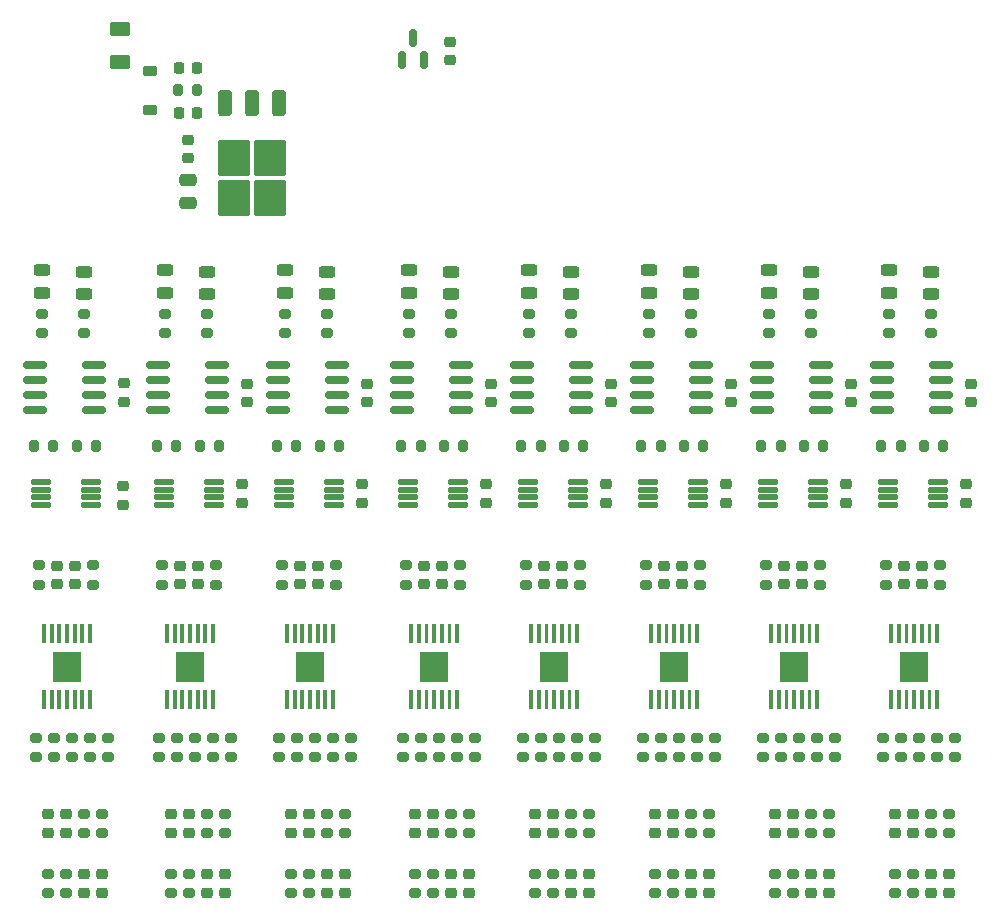
<source format=gbr>
%TF.GenerationSoftware,KiCad,Pcbnew,8.0.7-8.0.7-0~ubuntu22.04.1*%
%TF.CreationDate,2025-01-13T14:39:20-08:00*%
%TF.ProjectId,multichannelheaterdriver_frontend,6d756c74-6963-4686-916e-6e656c686561,rev?*%
%TF.SameCoordinates,Original*%
%TF.FileFunction,Paste,Top*%
%TF.FilePolarity,Positive*%
%FSLAX46Y46*%
G04 Gerber Fmt 4.6, Leading zero omitted, Abs format (unit mm)*
G04 Created by KiCad (PCBNEW 8.0.7-8.0.7-0~ubuntu22.04.1) date 2025-01-13 14:39:20*
%MOMM*%
%LPD*%
G01*
G04 APERTURE LIST*
G04 Aperture macros list*
%AMRoundRect*
0 Rectangle with rounded corners*
0 $1 Rounding radius*
0 $2 $3 $4 $5 $6 $7 $8 $9 X,Y pos of 4 corners*
0 Add a 4 corners polygon primitive as box body*
4,1,4,$2,$3,$4,$5,$6,$7,$8,$9,$2,$3,0*
0 Add four circle primitives for the rounded corners*
1,1,$1+$1,$2,$3*
1,1,$1+$1,$4,$5*
1,1,$1+$1,$6,$7*
1,1,$1+$1,$8,$9*
0 Add four rect primitives between the rounded corners*
20,1,$1+$1,$2,$3,$4,$5,0*
20,1,$1+$1,$4,$5,$6,$7,0*
20,1,$1+$1,$6,$7,$8,$9,0*
20,1,$1+$1,$8,$9,$2,$3,0*%
G04 Aperture macros list end*
%ADD10C,0.010000*%
%ADD11RoundRect,0.200000X0.275000X-0.200000X0.275000X0.200000X-0.275000X0.200000X-0.275000X-0.200000X0*%
%ADD12RoundRect,0.225000X-0.250000X0.225000X-0.250000X-0.225000X0.250000X-0.225000X0.250000X0.225000X0*%
%ADD13RoundRect,0.125000X-0.687500X-0.125000X0.687500X-0.125000X0.687500X0.125000X-0.687500X0.125000X0*%
%ADD14RoundRect,0.200000X-0.275000X0.200000X-0.275000X-0.200000X0.275000X-0.200000X0.275000X0.200000X0*%
%ADD15RoundRect,0.200000X-0.200000X-0.275000X0.200000X-0.275000X0.200000X0.275000X-0.200000X0.275000X0*%
%ADD16RoundRect,0.225000X0.250000X-0.225000X0.250000X0.225000X-0.250000X0.225000X-0.250000X-0.225000X0*%
%ADD17RoundRect,0.243750X-0.456250X0.243750X-0.456250X-0.243750X0.456250X-0.243750X0.456250X0.243750X0*%
%ADD18RoundRect,0.150000X-0.825000X-0.150000X0.825000X-0.150000X0.825000X0.150000X-0.825000X0.150000X0*%
%ADD19RoundRect,0.225000X-0.225000X-0.250000X0.225000X-0.250000X0.225000X0.250000X-0.225000X0.250000X0*%
%ADD20RoundRect,0.150000X0.150000X-0.587500X0.150000X0.587500X-0.150000X0.587500X-0.150000X-0.587500X0*%
%ADD21RoundRect,0.250000X0.475000X-0.250000X0.475000X0.250000X-0.475000X0.250000X-0.475000X-0.250000X0*%
%ADD22RoundRect,0.250000X-0.625000X0.375000X-0.625000X-0.375000X0.625000X-0.375000X0.625000X0.375000X0*%
%ADD23RoundRect,0.225000X-0.375000X0.225000X-0.375000X-0.225000X0.375000X-0.225000X0.375000X0.225000X0*%
%ADD24RoundRect,0.250000X-0.350000X0.850000X-0.350000X-0.850000X0.350000X-0.850000X0.350000X0.850000X0*%
%ADD25RoundRect,0.250000X-1.125000X1.275000X-1.125000X-1.275000X1.125000X-1.275000X1.125000X1.275000X0*%
G04 APERTURE END LIST*
D10*
%TO.C,U9*%
X24361000Y-67045000D02*
X24111000Y-67045000D01*
X24111000Y-65495000D01*
X24361000Y-65495000D01*
X24361000Y-67045000D01*
G36*
X24361000Y-67045000D02*
G01*
X24111000Y-67045000D01*
X24111000Y-65495000D01*
X24361000Y-65495000D01*
X24361000Y-67045000D01*
G37*
X24361000Y-72645000D02*
X24111000Y-72645000D01*
X24111000Y-71095000D01*
X24361000Y-71095000D01*
X24361000Y-72645000D01*
G36*
X24361000Y-72645000D02*
G01*
X24111000Y-72645000D01*
X24111000Y-71095000D01*
X24361000Y-71095000D01*
X24361000Y-72645000D01*
G37*
X25011000Y-67045000D02*
X24761000Y-67045000D01*
X24761000Y-65495000D01*
X25011000Y-65495000D01*
X25011000Y-67045000D01*
G36*
X25011000Y-67045000D02*
G01*
X24761000Y-67045000D01*
X24761000Y-65495000D01*
X25011000Y-65495000D01*
X25011000Y-67045000D01*
G37*
X25011000Y-72645000D02*
X24761000Y-72645000D01*
X24761000Y-71095000D01*
X25011000Y-71095000D01*
X25011000Y-72645000D01*
G36*
X25011000Y-72645000D02*
G01*
X24761000Y-72645000D01*
X24761000Y-71095000D01*
X25011000Y-71095000D01*
X25011000Y-72645000D01*
G37*
X27341000Y-70300000D02*
X25031000Y-70300000D01*
X25031000Y-67840000D01*
X27341000Y-67840000D01*
X27341000Y-70300000D01*
G36*
X27341000Y-70300000D02*
G01*
X25031000Y-70300000D01*
X25031000Y-67840000D01*
X27341000Y-67840000D01*
X27341000Y-70300000D01*
G37*
X25661000Y-67045000D02*
X25411000Y-67045000D01*
X25411000Y-65495000D01*
X25661000Y-65495000D01*
X25661000Y-67045000D01*
G36*
X25661000Y-67045000D02*
G01*
X25411000Y-67045000D01*
X25411000Y-65495000D01*
X25661000Y-65495000D01*
X25661000Y-67045000D01*
G37*
X25661000Y-72645000D02*
X25411000Y-72645000D01*
X25411000Y-71095000D01*
X25661000Y-71095000D01*
X25661000Y-72645000D01*
G36*
X25661000Y-72645000D02*
G01*
X25411000Y-72645000D01*
X25411000Y-71095000D01*
X25661000Y-71095000D01*
X25661000Y-72645000D01*
G37*
X26311000Y-67045000D02*
X26061000Y-67045000D01*
X26061000Y-65495000D01*
X26311000Y-65495000D01*
X26311000Y-67045000D01*
G36*
X26311000Y-67045000D02*
G01*
X26061000Y-67045000D01*
X26061000Y-65495000D01*
X26311000Y-65495000D01*
X26311000Y-67045000D01*
G37*
X26311000Y-72645000D02*
X26061000Y-72645000D01*
X26061000Y-71095000D01*
X26311000Y-71095000D01*
X26311000Y-72645000D01*
G36*
X26311000Y-72645000D02*
G01*
X26061000Y-72645000D01*
X26061000Y-71095000D01*
X26311000Y-71095000D01*
X26311000Y-72645000D01*
G37*
X26961000Y-67045000D02*
X26711000Y-67045000D01*
X26711000Y-65495000D01*
X26961000Y-65495000D01*
X26961000Y-67045000D01*
G36*
X26961000Y-67045000D02*
G01*
X26711000Y-67045000D01*
X26711000Y-65495000D01*
X26961000Y-65495000D01*
X26961000Y-67045000D01*
G37*
X26961000Y-72645000D02*
X26711000Y-72645000D01*
X26711000Y-71095000D01*
X26961000Y-71095000D01*
X26961000Y-72645000D01*
G36*
X26961000Y-72645000D02*
G01*
X26711000Y-72645000D01*
X26711000Y-71095000D01*
X26961000Y-71095000D01*
X26961000Y-72645000D01*
G37*
X27611000Y-67045000D02*
X27361000Y-67045000D01*
X27361000Y-65495000D01*
X27611000Y-65495000D01*
X27611000Y-67045000D01*
G36*
X27611000Y-67045000D02*
G01*
X27361000Y-67045000D01*
X27361000Y-65495000D01*
X27611000Y-65495000D01*
X27611000Y-67045000D01*
G37*
X27611000Y-72645000D02*
X27361000Y-72645000D01*
X27361000Y-71095000D01*
X27611000Y-71095000D01*
X27611000Y-72645000D01*
G36*
X27611000Y-72645000D02*
G01*
X27361000Y-72645000D01*
X27361000Y-71095000D01*
X27611000Y-71095000D01*
X27611000Y-72645000D01*
G37*
X28261000Y-67045000D02*
X28011000Y-67045000D01*
X28011000Y-65495000D01*
X28261000Y-65495000D01*
X28261000Y-67045000D01*
G36*
X28261000Y-67045000D02*
G01*
X28011000Y-67045000D01*
X28011000Y-65495000D01*
X28261000Y-65495000D01*
X28261000Y-67045000D01*
G37*
X28261000Y-72645000D02*
X28011000Y-72645000D01*
X28011000Y-71095000D01*
X28261000Y-71095000D01*
X28261000Y-72645000D01*
G36*
X28261000Y-72645000D02*
G01*
X28011000Y-72645000D01*
X28011000Y-71095000D01*
X28261000Y-71095000D01*
X28261000Y-72645000D01*
G37*
%TO.C,U21*%
X65352000Y-67045000D02*
X65102000Y-67045000D01*
X65102000Y-65495000D01*
X65352000Y-65495000D01*
X65352000Y-67045000D01*
G36*
X65352000Y-67045000D02*
G01*
X65102000Y-67045000D01*
X65102000Y-65495000D01*
X65352000Y-65495000D01*
X65352000Y-67045000D01*
G37*
X65352000Y-72645000D02*
X65102000Y-72645000D01*
X65102000Y-71095000D01*
X65352000Y-71095000D01*
X65352000Y-72645000D01*
G36*
X65352000Y-72645000D02*
G01*
X65102000Y-72645000D01*
X65102000Y-71095000D01*
X65352000Y-71095000D01*
X65352000Y-72645000D01*
G37*
X66002000Y-67045000D02*
X65752000Y-67045000D01*
X65752000Y-65495000D01*
X66002000Y-65495000D01*
X66002000Y-67045000D01*
G36*
X66002000Y-67045000D02*
G01*
X65752000Y-67045000D01*
X65752000Y-65495000D01*
X66002000Y-65495000D01*
X66002000Y-67045000D01*
G37*
X66002000Y-72645000D02*
X65752000Y-72645000D01*
X65752000Y-71095000D01*
X66002000Y-71095000D01*
X66002000Y-72645000D01*
G36*
X66002000Y-72645000D02*
G01*
X65752000Y-72645000D01*
X65752000Y-71095000D01*
X66002000Y-71095000D01*
X66002000Y-72645000D01*
G37*
X68332000Y-70300000D02*
X66022000Y-70300000D01*
X66022000Y-67840000D01*
X68332000Y-67840000D01*
X68332000Y-70300000D01*
G36*
X68332000Y-70300000D02*
G01*
X66022000Y-70300000D01*
X66022000Y-67840000D01*
X68332000Y-67840000D01*
X68332000Y-70300000D01*
G37*
X66652000Y-67045000D02*
X66402000Y-67045000D01*
X66402000Y-65495000D01*
X66652000Y-65495000D01*
X66652000Y-67045000D01*
G36*
X66652000Y-67045000D02*
G01*
X66402000Y-67045000D01*
X66402000Y-65495000D01*
X66652000Y-65495000D01*
X66652000Y-67045000D01*
G37*
X66652000Y-72645000D02*
X66402000Y-72645000D01*
X66402000Y-71095000D01*
X66652000Y-71095000D01*
X66652000Y-72645000D01*
G36*
X66652000Y-72645000D02*
G01*
X66402000Y-72645000D01*
X66402000Y-71095000D01*
X66652000Y-71095000D01*
X66652000Y-72645000D01*
G37*
X67302000Y-67045000D02*
X67052000Y-67045000D01*
X67052000Y-65495000D01*
X67302000Y-65495000D01*
X67302000Y-67045000D01*
G36*
X67302000Y-67045000D02*
G01*
X67052000Y-67045000D01*
X67052000Y-65495000D01*
X67302000Y-65495000D01*
X67302000Y-67045000D01*
G37*
X67302000Y-72645000D02*
X67052000Y-72645000D01*
X67052000Y-71095000D01*
X67302000Y-71095000D01*
X67302000Y-72645000D01*
G36*
X67302000Y-72645000D02*
G01*
X67052000Y-72645000D01*
X67052000Y-71095000D01*
X67302000Y-71095000D01*
X67302000Y-72645000D01*
G37*
X67952000Y-67045000D02*
X67702000Y-67045000D01*
X67702000Y-65495000D01*
X67952000Y-65495000D01*
X67952000Y-67045000D01*
G36*
X67952000Y-67045000D02*
G01*
X67702000Y-67045000D01*
X67702000Y-65495000D01*
X67952000Y-65495000D01*
X67952000Y-67045000D01*
G37*
X67952000Y-72645000D02*
X67702000Y-72645000D01*
X67702000Y-71095000D01*
X67952000Y-71095000D01*
X67952000Y-72645000D01*
G36*
X67952000Y-72645000D02*
G01*
X67702000Y-72645000D01*
X67702000Y-71095000D01*
X67952000Y-71095000D01*
X67952000Y-72645000D01*
G37*
X68602000Y-67045000D02*
X68352000Y-67045000D01*
X68352000Y-65495000D01*
X68602000Y-65495000D01*
X68602000Y-67045000D01*
G36*
X68602000Y-67045000D02*
G01*
X68352000Y-67045000D01*
X68352000Y-65495000D01*
X68602000Y-65495000D01*
X68602000Y-67045000D01*
G37*
X68602000Y-72645000D02*
X68352000Y-72645000D01*
X68352000Y-71095000D01*
X68602000Y-71095000D01*
X68602000Y-72645000D01*
G36*
X68602000Y-72645000D02*
G01*
X68352000Y-72645000D01*
X68352000Y-71095000D01*
X68602000Y-71095000D01*
X68602000Y-72645000D01*
G37*
X69252000Y-67045000D02*
X69002000Y-67045000D01*
X69002000Y-65495000D01*
X69252000Y-65495000D01*
X69252000Y-67045000D01*
G36*
X69252000Y-67045000D02*
G01*
X69002000Y-67045000D01*
X69002000Y-65495000D01*
X69252000Y-65495000D01*
X69252000Y-67045000D01*
G37*
X69252000Y-72645000D02*
X69002000Y-72645000D01*
X69002000Y-71095000D01*
X69252000Y-71095000D01*
X69252000Y-72645000D01*
G36*
X69252000Y-72645000D02*
G01*
X69002000Y-72645000D01*
X69002000Y-71095000D01*
X69252000Y-71095000D01*
X69252000Y-72645000D01*
G37*
%TO.C,U15*%
X45032000Y-67045000D02*
X44782000Y-67045000D01*
X44782000Y-65495000D01*
X45032000Y-65495000D01*
X45032000Y-67045000D01*
G36*
X45032000Y-67045000D02*
G01*
X44782000Y-67045000D01*
X44782000Y-65495000D01*
X45032000Y-65495000D01*
X45032000Y-67045000D01*
G37*
X45032000Y-72645000D02*
X44782000Y-72645000D01*
X44782000Y-71095000D01*
X45032000Y-71095000D01*
X45032000Y-72645000D01*
G36*
X45032000Y-72645000D02*
G01*
X44782000Y-72645000D01*
X44782000Y-71095000D01*
X45032000Y-71095000D01*
X45032000Y-72645000D01*
G37*
X45682000Y-67045000D02*
X45432000Y-67045000D01*
X45432000Y-65495000D01*
X45682000Y-65495000D01*
X45682000Y-67045000D01*
G36*
X45682000Y-67045000D02*
G01*
X45432000Y-67045000D01*
X45432000Y-65495000D01*
X45682000Y-65495000D01*
X45682000Y-67045000D01*
G37*
X45682000Y-72645000D02*
X45432000Y-72645000D01*
X45432000Y-71095000D01*
X45682000Y-71095000D01*
X45682000Y-72645000D01*
G36*
X45682000Y-72645000D02*
G01*
X45432000Y-72645000D01*
X45432000Y-71095000D01*
X45682000Y-71095000D01*
X45682000Y-72645000D01*
G37*
X48012000Y-70300000D02*
X45702000Y-70300000D01*
X45702000Y-67840000D01*
X48012000Y-67840000D01*
X48012000Y-70300000D01*
G36*
X48012000Y-70300000D02*
G01*
X45702000Y-70300000D01*
X45702000Y-67840000D01*
X48012000Y-67840000D01*
X48012000Y-70300000D01*
G37*
X46332000Y-67045000D02*
X46082000Y-67045000D01*
X46082000Y-65495000D01*
X46332000Y-65495000D01*
X46332000Y-67045000D01*
G36*
X46332000Y-67045000D02*
G01*
X46082000Y-67045000D01*
X46082000Y-65495000D01*
X46332000Y-65495000D01*
X46332000Y-67045000D01*
G37*
X46332000Y-72645000D02*
X46082000Y-72645000D01*
X46082000Y-71095000D01*
X46332000Y-71095000D01*
X46332000Y-72645000D01*
G36*
X46332000Y-72645000D02*
G01*
X46082000Y-72645000D01*
X46082000Y-71095000D01*
X46332000Y-71095000D01*
X46332000Y-72645000D01*
G37*
X46982000Y-67045000D02*
X46732000Y-67045000D01*
X46732000Y-65495000D01*
X46982000Y-65495000D01*
X46982000Y-67045000D01*
G36*
X46982000Y-67045000D02*
G01*
X46732000Y-67045000D01*
X46732000Y-65495000D01*
X46982000Y-65495000D01*
X46982000Y-67045000D01*
G37*
X46982000Y-72645000D02*
X46732000Y-72645000D01*
X46732000Y-71095000D01*
X46982000Y-71095000D01*
X46982000Y-72645000D01*
G36*
X46982000Y-72645000D02*
G01*
X46732000Y-72645000D01*
X46732000Y-71095000D01*
X46982000Y-71095000D01*
X46982000Y-72645000D01*
G37*
X47632000Y-67045000D02*
X47382000Y-67045000D01*
X47382000Y-65495000D01*
X47632000Y-65495000D01*
X47632000Y-67045000D01*
G36*
X47632000Y-67045000D02*
G01*
X47382000Y-67045000D01*
X47382000Y-65495000D01*
X47632000Y-65495000D01*
X47632000Y-67045000D01*
G37*
X47632000Y-72645000D02*
X47382000Y-72645000D01*
X47382000Y-71095000D01*
X47632000Y-71095000D01*
X47632000Y-72645000D01*
G36*
X47632000Y-72645000D02*
G01*
X47382000Y-72645000D01*
X47382000Y-71095000D01*
X47632000Y-71095000D01*
X47632000Y-72645000D01*
G37*
X48282000Y-67045000D02*
X48032000Y-67045000D01*
X48032000Y-65495000D01*
X48282000Y-65495000D01*
X48282000Y-67045000D01*
G36*
X48282000Y-67045000D02*
G01*
X48032000Y-67045000D01*
X48032000Y-65495000D01*
X48282000Y-65495000D01*
X48282000Y-67045000D01*
G37*
X48282000Y-72645000D02*
X48032000Y-72645000D01*
X48032000Y-71095000D01*
X48282000Y-71095000D01*
X48282000Y-72645000D01*
G36*
X48282000Y-72645000D02*
G01*
X48032000Y-72645000D01*
X48032000Y-71095000D01*
X48282000Y-71095000D01*
X48282000Y-72645000D01*
G37*
X48932000Y-67045000D02*
X48682000Y-67045000D01*
X48682000Y-65495000D01*
X48932000Y-65495000D01*
X48932000Y-67045000D01*
G36*
X48932000Y-67045000D02*
G01*
X48682000Y-67045000D01*
X48682000Y-65495000D01*
X48932000Y-65495000D01*
X48932000Y-67045000D01*
G37*
X48932000Y-72645000D02*
X48682000Y-72645000D01*
X48682000Y-71095000D01*
X48932000Y-71095000D01*
X48932000Y-72645000D01*
G36*
X48932000Y-72645000D02*
G01*
X48682000Y-72645000D01*
X48682000Y-71095000D01*
X48932000Y-71095000D01*
X48932000Y-72645000D01*
G37*
%TO.C,U18*%
X55192000Y-67045000D02*
X54942000Y-67045000D01*
X54942000Y-65495000D01*
X55192000Y-65495000D01*
X55192000Y-67045000D01*
G36*
X55192000Y-67045000D02*
G01*
X54942000Y-67045000D01*
X54942000Y-65495000D01*
X55192000Y-65495000D01*
X55192000Y-67045000D01*
G37*
X55192000Y-72645000D02*
X54942000Y-72645000D01*
X54942000Y-71095000D01*
X55192000Y-71095000D01*
X55192000Y-72645000D01*
G36*
X55192000Y-72645000D02*
G01*
X54942000Y-72645000D01*
X54942000Y-71095000D01*
X55192000Y-71095000D01*
X55192000Y-72645000D01*
G37*
X55842000Y-67045000D02*
X55592000Y-67045000D01*
X55592000Y-65495000D01*
X55842000Y-65495000D01*
X55842000Y-67045000D01*
G36*
X55842000Y-67045000D02*
G01*
X55592000Y-67045000D01*
X55592000Y-65495000D01*
X55842000Y-65495000D01*
X55842000Y-67045000D01*
G37*
X55842000Y-72645000D02*
X55592000Y-72645000D01*
X55592000Y-71095000D01*
X55842000Y-71095000D01*
X55842000Y-72645000D01*
G36*
X55842000Y-72645000D02*
G01*
X55592000Y-72645000D01*
X55592000Y-71095000D01*
X55842000Y-71095000D01*
X55842000Y-72645000D01*
G37*
X58172000Y-70300000D02*
X55862000Y-70300000D01*
X55862000Y-67840000D01*
X58172000Y-67840000D01*
X58172000Y-70300000D01*
G36*
X58172000Y-70300000D02*
G01*
X55862000Y-70300000D01*
X55862000Y-67840000D01*
X58172000Y-67840000D01*
X58172000Y-70300000D01*
G37*
X56492000Y-67045000D02*
X56242000Y-67045000D01*
X56242000Y-65495000D01*
X56492000Y-65495000D01*
X56492000Y-67045000D01*
G36*
X56492000Y-67045000D02*
G01*
X56242000Y-67045000D01*
X56242000Y-65495000D01*
X56492000Y-65495000D01*
X56492000Y-67045000D01*
G37*
X56492000Y-72645000D02*
X56242000Y-72645000D01*
X56242000Y-71095000D01*
X56492000Y-71095000D01*
X56492000Y-72645000D01*
G36*
X56492000Y-72645000D02*
G01*
X56242000Y-72645000D01*
X56242000Y-71095000D01*
X56492000Y-71095000D01*
X56492000Y-72645000D01*
G37*
X57142000Y-67045000D02*
X56892000Y-67045000D01*
X56892000Y-65495000D01*
X57142000Y-65495000D01*
X57142000Y-67045000D01*
G36*
X57142000Y-67045000D02*
G01*
X56892000Y-67045000D01*
X56892000Y-65495000D01*
X57142000Y-65495000D01*
X57142000Y-67045000D01*
G37*
X57142000Y-72645000D02*
X56892000Y-72645000D01*
X56892000Y-71095000D01*
X57142000Y-71095000D01*
X57142000Y-72645000D01*
G36*
X57142000Y-72645000D02*
G01*
X56892000Y-72645000D01*
X56892000Y-71095000D01*
X57142000Y-71095000D01*
X57142000Y-72645000D01*
G37*
X57792000Y-67045000D02*
X57542000Y-67045000D01*
X57542000Y-65495000D01*
X57792000Y-65495000D01*
X57792000Y-67045000D01*
G36*
X57792000Y-67045000D02*
G01*
X57542000Y-67045000D01*
X57542000Y-65495000D01*
X57792000Y-65495000D01*
X57792000Y-67045000D01*
G37*
X57792000Y-72645000D02*
X57542000Y-72645000D01*
X57542000Y-71095000D01*
X57792000Y-71095000D01*
X57792000Y-72645000D01*
G36*
X57792000Y-72645000D02*
G01*
X57542000Y-72645000D01*
X57542000Y-71095000D01*
X57792000Y-71095000D01*
X57792000Y-72645000D01*
G37*
X58442000Y-67045000D02*
X58192000Y-67045000D01*
X58192000Y-65495000D01*
X58442000Y-65495000D01*
X58442000Y-67045000D01*
G36*
X58442000Y-67045000D02*
G01*
X58192000Y-67045000D01*
X58192000Y-65495000D01*
X58442000Y-65495000D01*
X58442000Y-67045000D01*
G37*
X58442000Y-72645000D02*
X58192000Y-72645000D01*
X58192000Y-71095000D01*
X58442000Y-71095000D01*
X58442000Y-72645000D01*
G36*
X58442000Y-72645000D02*
G01*
X58192000Y-72645000D01*
X58192000Y-71095000D01*
X58442000Y-71095000D01*
X58442000Y-72645000D01*
G37*
X59092000Y-67045000D02*
X58842000Y-67045000D01*
X58842000Y-65495000D01*
X59092000Y-65495000D01*
X59092000Y-67045000D01*
G36*
X59092000Y-67045000D02*
G01*
X58842000Y-67045000D01*
X58842000Y-65495000D01*
X59092000Y-65495000D01*
X59092000Y-67045000D01*
G37*
X59092000Y-72645000D02*
X58842000Y-72645000D01*
X58842000Y-71095000D01*
X59092000Y-71095000D01*
X59092000Y-72645000D01*
G36*
X59092000Y-72645000D02*
G01*
X58842000Y-72645000D01*
X58842000Y-71095000D01*
X59092000Y-71095000D01*
X59092000Y-72645000D01*
G37*
%TO.C,U12*%
X34872000Y-67045000D02*
X34622000Y-67045000D01*
X34622000Y-65495000D01*
X34872000Y-65495000D01*
X34872000Y-67045000D01*
G36*
X34872000Y-67045000D02*
G01*
X34622000Y-67045000D01*
X34622000Y-65495000D01*
X34872000Y-65495000D01*
X34872000Y-67045000D01*
G37*
X34872000Y-72645000D02*
X34622000Y-72645000D01*
X34622000Y-71095000D01*
X34872000Y-71095000D01*
X34872000Y-72645000D01*
G36*
X34872000Y-72645000D02*
G01*
X34622000Y-72645000D01*
X34622000Y-71095000D01*
X34872000Y-71095000D01*
X34872000Y-72645000D01*
G37*
X35522000Y-67045000D02*
X35272000Y-67045000D01*
X35272000Y-65495000D01*
X35522000Y-65495000D01*
X35522000Y-67045000D01*
G36*
X35522000Y-67045000D02*
G01*
X35272000Y-67045000D01*
X35272000Y-65495000D01*
X35522000Y-65495000D01*
X35522000Y-67045000D01*
G37*
X35522000Y-72645000D02*
X35272000Y-72645000D01*
X35272000Y-71095000D01*
X35522000Y-71095000D01*
X35522000Y-72645000D01*
G36*
X35522000Y-72645000D02*
G01*
X35272000Y-72645000D01*
X35272000Y-71095000D01*
X35522000Y-71095000D01*
X35522000Y-72645000D01*
G37*
X37852000Y-70300000D02*
X35542000Y-70300000D01*
X35542000Y-67840000D01*
X37852000Y-67840000D01*
X37852000Y-70300000D01*
G36*
X37852000Y-70300000D02*
G01*
X35542000Y-70300000D01*
X35542000Y-67840000D01*
X37852000Y-67840000D01*
X37852000Y-70300000D01*
G37*
X36172000Y-67045000D02*
X35922000Y-67045000D01*
X35922000Y-65495000D01*
X36172000Y-65495000D01*
X36172000Y-67045000D01*
G36*
X36172000Y-67045000D02*
G01*
X35922000Y-67045000D01*
X35922000Y-65495000D01*
X36172000Y-65495000D01*
X36172000Y-67045000D01*
G37*
X36172000Y-72645000D02*
X35922000Y-72645000D01*
X35922000Y-71095000D01*
X36172000Y-71095000D01*
X36172000Y-72645000D01*
G36*
X36172000Y-72645000D02*
G01*
X35922000Y-72645000D01*
X35922000Y-71095000D01*
X36172000Y-71095000D01*
X36172000Y-72645000D01*
G37*
X36822000Y-67045000D02*
X36572000Y-67045000D01*
X36572000Y-65495000D01*
X36822000Y-65495000D01*
X36822000Y-67045000D01*
G36*
X36822000Y-67045000D02*
G01*
X36572000Y-67045000D01*
X36572000Y-65495000D01*
X36822000Y-65495000D01*
X36822000Y-67045000D01*
G37*
X36822000Y-72645000D02*
X36572000Y-72645000D01*
X36572000Y-71095000D01*
X36822000Y-71095000D01*
X36822000Y-72645000D01*
G36*
X36822000Y-72645000D02*
G01*
X36572000Y-72645000D01*
X36572000Y-71095000D01*
X36822000Y-71095000D01*
X36822000Y-72645000D01*
G37*
X37472000Y-67045000D02*
X37222000Y-67045000D01*
X37222000Y-65495000D01*
X37472000Y-65495000D01*
X37472000Y-67045000D01*
G36*
X37472000Y-67045000D02*
G01*
X37222000Y-67045000D01*
X37222000Y-65495000D01*
X37472000Y-65495000D01*
X37472000Y-67045000D01*
G37*
X37472000Y-72645000D02*
X37222000Y-72645000D01*
X37222000Y-71095000D01*
X37472000Y-71095000D01*
X37472000Y-72645000D01*
G36*
X37472000Y-72645000D02*
G01*
X37222000Y-72645000D01*
X37222000Y-71095000D01*
X37472000Y-71095000D01*
X37472000Y-72645000D01*
G37*
X38122000Y-67045000D02*
X37872000Y-67045000D01*
X37872000Y-65495000D01*
X38122000Y-65495000D01*
X38122000Y-67045000D01*
G36*
X38122000Y-67045000D02*
G01*
X37872000Y-67045000D01*
X37872000Y-65495000D01*
X38122000Y-65495000D01*
X38122000Y-67045000D01*
G37*
X38122000Y-72645000D02*
X37872000Y-72645000D01*
X37872000Y-71095000D01*
X38122000Y-71095000D01*
X38122000Y-72645000D01*
G36*
X38122000Y-72645000D02*
G01*
X37872000Y-72645000D01*
X37872000Y-71095000D01*
X38122000Y-71095000D01*
X38122000Y-72645000D01*
G37*
X38772000Y-67045000D02*
X38522000Y-67045000D01*
X38522000Y-65495000D01*
X38772000Y-65495000D01*
X38772000Y-67045000D01*
G36*
X38772000Y-67045000D02*
G01*
X38522000Y-67045000D01*
X38522000Y-65495000D01*
X38772000Y-65495000D01*
X38772000Y-67045000D01*
G37*
X38772000Y-72645000D02*
X38522000Y-72645000D01*
X38522000Y-71095000D01*
X38772000Y-71095000D01*
X38772000Y-72645000D01*
G36*
X38772000Y-72645000D02*
G01*
X38522000Y-72645000D01*
X38522000Y-71095000D01*
X38772000Y-71095000D01*
X38772000Y-72645000D01*
G37*
%TO.C,U24*%
X75512000Y-67045000D02*
X75262000Y-67045000D01*
X75262000Y-65495000D01*
X75512000Y-65495000D01*
X75512000Y-67045000D01*
G36*
X75512000Y-67045000D02*
G01*
X75262000Y-67045000D01*
X75262000Y-65495000D01*
X75512000Y-65495000D01*
X75512000Y-67045000D01*
G37*
X75512000Y-72645000D02*
X75262000Y-72645000D01*
X75262000Y-71095000D01*
X75512000Y-71095000D01*
X75512000Y-72645000D01*
G36*
X75512000Y-72645000D02*
G01*
X75262000Y-72645000D01*
X75262000Y-71095000D01*
X75512000Y-71095000D01*
X75512000Y-72645000D01*
G37*
X76162000Y-67045000D02*
X75912000Y-67045000D01*
X75912000Y-65495000D01*
X76162000Y-65495000D01*
X76162000Y-67045000D01*
G36*
X76162000Y-67045000D02*
G01*
X75912000Y-67045000D01*
X75912000Y-65495000D01*
X76162000Y-65495000D01*
X76162000Y-67045000D01*
G37*
X76162000Y-72645000D02*
X75912000Y-72645000D01*
X75912000Y-71095000D01*
X76162000Y-71095000D01*
X76162000Y-72645000D01*
G36*
X76162000Y-72645000D02*
G01*
X75912000Y-72645000D01*
X75912000Y-71095000D01*
X76162000Y-71095000D01*
X76162000Y-72645000D01*
G37*
X78492000Y-70300000D02*
X76182000Y-70300000D01*
X76182000Y-67840000D01*
X78492000Y-67840000D01*
X78492000Y-70300000D01*
G36*
X78492000Y-70300000D02*
G01*
X76182000Y-70300000D01*
X76182000Y-67840000D01*
X78492000Y-67840000D01*
X78492000Y-70300000D01*
G37*
X76812000Y-67045000D02*
X76562000Y-67045000D01*
X76562000Y-65495000D01*
X76812000Y-65495000D01*
X76812000Y-67045000D01*
G36*
X76812000Y-67045000D02*
G01*
X76562000Y-67045000D01*
X76562000Y-65495000D01*
X76812000Y-65495000D01*
X76812000Y-67045000D01*
G37*
X76812000Y-72645000D02*
X76562000Y-72645000D01*
X76562000Y-71095000D01*
X76812000Y-71095000D01*
X76812000Y-72645000D01*
G36*
X76812000Y-72645000D02*
G01*
X76562000Y-72645000D01*
X76562000Y-71095000D01*
X76812000Y-71095000D01*
X76812000Y-72645000D01*
G37*
X77462000Y-67045000D02*
X77212000Y-67045000D01*
X77212000Y-65495000D01*
X77462000Y-65495000D01*
X77462000Y-67045000D01*
G36*
X77462000Y-67045000D02*
G01*
X77212000Y-67045000D01*
X77212000Y-65495000D01*
X77462000Y-65495000D01*
X77462000Y-67045000D01*
G37*
X77462000Y-72645000D02*
X77212000Y-72645000D01*
X77212000Y-71095000D01*
X77462000Y-71095000D01*
X77462000Y-72645000D01*
G36*
X77462000Y-72645000D02*
G01*
X77212000Y-72645000D01*
X77212000Y-71095000D01*
X77462000Y-71095000D01*
X77462000Y-72645000D01*
G37*
X78112000Y-67045000D02*
X77862000Y-67045000D01*
X77862000Y-65495000D01*
X78112000Y-65495000D01*
X78112000Y-67045000D01*
G36*
X78112000Y-67045000D02*
G01*
X77862000Y-67045000D01*
X77862000Y-65495000D01*
X78112000Y-65495000D01*
X78112000Y-67045000D01*
G37*
X78112000Y-72645000D02*
X77862000Y-72645000D01*
X77862000Y-71095000D01*
X78112000Y-71095000D01*
X78112000Y-72645000D01*
G36*
X78112000Y-72645000D02*
G01*
X77862000Y-72645000D01*
X77862000Y-71095000D01*
X78112000Y-71095000D01*
X78112000Y-72645000D01*
G37*
X78762000Y-67045000D02*
X78512000Y-67045000D01*
X78512000Y-65495000D01*
X78762000Y-65495000D01*
X78762000Y-67045000D01*
G36*
X78762000Y-67045000D02*
G01*
X78512000Y-67045000D01*
X78512000Y-65495000D01*
X78762000Y-65495000D01*
X78762000Y-67045000D01*
G37*
X78762000Y-72645000D02*
X78512000Y-72645000D01*
X78512000Y-71095000D01*
X78762000Y-71095000D01*
X78762000Y-72645000D01*
G36*
X78762000Y-72645000D02*
G01*
X78512000Y-72645000D01*
X78512000Y-71095000D01*
X78762000Y-71095000D01*
X78762000Y-72645000D01*
G37*
X79412000Y-67045000D02*
X79162000Y-67045000D01*
X79162000Y-65495000D01*
X79412000Y-65495000D01*
X79412000Y-67045000D01*
G36*
X79412000Y-67045000D02*
G01*
X79162000Y-67045000D01*
X79162000Y-65495000D01*
X79412000Y-65495000D01*
X79412000Y-67045000D01*
G37*
X79412000Y-72645000D02*
X79162000Y-72645000D01*
X79162000Y-71095000D01*
X79412000Y-71095000D01*
X79412000Y-72645000D01*
G36*
X79412000Y-72645000D02*
G01*
X79162000Y-72645000D01*
X79162000Y-71095000D01*
X79412000Y-71095000D01*
X79412000Y-72645000D01*
G37*
%TO.C,U3*%
X3787000Y-67045000D02*
X3537000Y-67045000D01*
X3537000Y-65495000D01*
X3787000Y-65495000D01*
X3787000Y-67045000D01*
G36*
X3787000Y-67045000D02*
G01*
X3537000Y-67045000D01*
X3537000Y-65495000D01*
X3787000Y-65495000D01*
X3787000Y-67045000D01*
G37*
X3787000Y-72645000D02*
X3537000Y-72645000D01*
X3537000Y-71095000D01*
X3787000Y-71095000D01*
X3787000Y-72645000D01*
G36*
X3787000Y-72645000D02*
G01*
X3537000Y-72645000D01*
X3537000Y-71095000D01*
X3787000Y-71095000D01*
X3787000Y-72645000D01*
G37*
X4437000Y-67045000D02*
X4187000Y-67045000D01*
X4187000Y-65495000D01*
X4437000Y-65495000D01*
X4437000Y-67045000D01*
G36*
X4437000Y-67045000D02*
G01*
X4187000Y-67045000D01*
X4187000Y-65495000D01*
X4437000Y-65495000D01*
X4437000Y-67045000D01*
G37*
X4437000Y-72645000D02*
X4187000Y-72645000D01*
X4187000Y-71095000D01*
X4437000Y-71095000D01*
X4437000Y-72645000D01*
G36*
X4437000Y-72645000D02*
G01*
X4187000Y-72645000D01*
X4187000Y-71095000D01*
X4437000Y-71095000D01*
X4437000Y-72645000D01*
G37*
X6767000Y-70300000D02*
X4457000Y-70300000D01*
X4457000Y-67840000D01*
X6767000Y-67840000D01*
X6767000Y-70300000D01*
G36*
X6767000Y-70300000D02*
G01*
X4457000Y-70300000D01*
X4457000Y-67840000D01*
X6767000Y-67840000D01*
X6767000Y-70300000D01*
G37*
X5087000Y-67045000D02*
X4837000Y-67045000D01*
X4837000Y-65495000D01*
X5087000Y-65495000D01*
X5087000Y-67045000D01*
G36*
X5087000Y-67045000D02*
G01*
X4837000Y-67045000D01*
X4837000Y-65495000D01*
X5087000Y-65495000D01*
X5087000Y-67045000D01*
G37*
X5087000Y-72645000D02*
X4837000Y-72645000D01*
X4837000Y-71095000D01*
X5087000Y-71095000D01*
X5087000Y-72645000D01*
G36*
X5087000Y-72645000D02*
G01*
X4837000Y-72645000D01*
X4837000Y-71095000D01*
X5087000Y-71095000D01*
X5087000Y-72645000D01*
G37*
X5737000Y-67045000D02*
X5487000Y-67045000D01*
X5487000Y-65495000D01*
X5737000Y-65495000D01*
X5737000Y-67045000D01*
G36*
X5737000Y-67045000D02*
G01*
X5487000Y-67045000D01*
X5487000Y-65495000D01*
X5737000Y-65495000D01*
X5737000Y-67045000D01*
G37*
X5737000Y-72645000D02*
X5487000Y-72645000D01*
X5487000Y-71095000D01*
X5737000Y-71095000D01*
X5737000Y-72645000D01*
G36*
X5737000Y-72645000D02*
G01*
X5487000Y-72645000D01*
X5487000Y-71095000D01*
X5737000Y-71095000D01*
X5737000Y-72645000D01*
G37*
X6387000Y-67045000D02*
X6137000Y-67045000D01*
X6137000Y-65495000D01*
X6387000Y-65495000D01*
X6387000Y-67045000D01*
G36*
X6387000Y-67045000D02*
G01*
X6137000Y-67045000D01*
X6137000Y-65495000D01*
X6387000Y-65495000D01*
X6387000Y-67045000D01*
G37*
X6387000Y-72645000D02*
X6137000Y-72645000D01*
X6137000Y-71095000D01*
X6387000Y-71095000D01*
X6387000Y-72645000D01*
G36*
X6387000Y-72645000D02*
G01*
X6137000Y-72645000D01*
X6137000Y-71095000D01*
X6387000Y-71095000D01*
X6387000Y-72645000D01*
G37*
X7037000Y-67045000D02*
X6787000Y-67045000D01*
X6787000Y-65495000D01*
X7037000Y-65495000D01*
X7037000Y-67045000D01*
G36*
X7037000Y-67045000D02*
G01*
X6787000Y-67045000D01*
X6787000Y-65495000D01*
X7037000Y-65495000D01*
X7037000Y-67045000D01*
G37*
X7037000Y-72645000D02*
X6787000Y-72645000D01*
X6787000Y-71095000D01*
X7037000Y-71095000D01*
X7037000Y-72645000D01*
G36*
X7037000Y-72645000D02*
G01*
X6787000Y-72645000D01*
X6787000Y-71095000D01*
X7037000Y-71095000D01*
X7037000Y-72645000D01*
G37*
X7687000Y-67045000D02*
X7437000Y-67045000D01*
X7437000Y-65495000D01*
X7687000Y-65495000D01*
X7687000Y-67045000D01*
G36*
X7687000Y-67045000D02*
G01*
X7437000Y-67045000D01*
X7437000Y-65495000D01*
X7687000Y-65495000D01*
X7687000Y-67045000D01*
G37*
X7687000Y-72645000D02*
X7437000Y-72645000D01*
X7437000Y-71095000D01*
X7687000Y-71095000D01*
X7687000Y-72645000D01*
G36*
X7687000Y-72645000D02*
G01*
X7437000Y-72645000D01*
X7437000Y-71095000D01*
X7687000Y-71095000D01*
X7687000Y-72645000D01*
G37*
%TO.C,U6*%
X14201000Y-67045000D02*
X13951000Y-67045000D01*
X13951000Y-65495000D01*
X14201000Y-65495000D01*
X14201000Y-67045000D01*
G36*
X14201000Y-67045000D02*
G01*
X13951000Y-67045000D01*
X13951000Y-65495000D01*
X14201000Y-65495000D01*
X14201000Y-67045000D01*
G37*
X14201000Y-72645000D02*
X13951000Y-72645000D01*
X13951000Y-71095000D01*
X14201000Y-71095000D01*
X14201000Y-72645000D01*
G36*
X14201000Y-72645000D02*
G01*
X13951000Y-72645000D01*
X13951000Y-71095000D01*
X14201000Y-71095000D01*
X14201000Y-72645000D01*
G37*
X14851000Y-67045000D02*
X14601000Y-67045000D01*
X14601000Y-65495000D01*
X14851000Y-65495000D01*
X14851000Y-67045000D01*
G36*
X14851000Y-67045000D02*
G01*
X14601000Y-67045000D01*
X14601000Y-65495000D01*
X14851000Y-65495000D01*
X14851000Y-67045000D01*
G37*
X14851000Y-72645000D02*
X14601000Y-72645000D01*
X14601000Y-71095000D01*
X14851000Y-71095000D01*
X14851000Y-72645000D01*
G36*
X14851000Y-72645000D02*
G01*
X14601000Y-72645000D01*
X14601000Y-71095000D01*
X14851000Y-71095000D01*
X14851000Y-72645000D01*
G37*
X17181000Y-70300000D02*
X14871000Y-70300000D01*
X14871000Y-67840000D01*
X17181000Y-67840000D01*
X17181000Y-70300000D01*
G36*
X17181000Y-70300000D02*
G01*
X14871000Y-70300000D01*
X14871000Y-67840000D01*
X17181000Y-67840000D01*
X17181000Y-70300000D01*
G37*
X15501000Y-67045000D02*
X15251000Y-67045000D01*
X15251000Y-65495000D01*
X15501000Y-65495000D01*
X15501000Y-67045000D01*
G36*
X15501000Y-67045000D02*
G01*
X15251000Y-67045000D01*
X15251000Y-65495000D01*
X15501000Y-65495000D01*
X15501000Y-67045000D01*
G37*
X15501000Y-72645000D02*
X15251000Y-72645000D01*
X15251000Y-71095000D01*
X15501000Y-71095000D01*
X15501000Y-72645000D01*
G36*
X15501000Y-72645000D02*
G01*
X15251000Y-72645000D01*
X15251000Y-71095000D01*
X15501000Y-71095000D01*
X15501000Y-72645000D01*
G37*
X16151000Y-67045000D02*
X15901000Y-67045000D01*
X15901000Y-65495000D01*
X16151000Y-65495000D01*
X16151000Y-67045000D01*
G36*
X16151000Y-67045000D02*
G01*
X15901000Y-67045000D01*
X15901000Y-65495000D01*
X16151000Y-65495000D01*
X16151000Y-67045000D01*
G37*
X16151000Y-72645000D02*
X15901000Y-72645000D01*
X15901000Y-71095000D01*
X16151000Y-71095000D01*
X16151000Y-72645000D01*
G36*
X16151000Y-72645000D02*
G01*
X15901000Y-72645000D01*
X15901000Y-71095000D01*
X16151000Y-71095000D01*
X16151000Y-72645000D01*
G37*
X16801000Y-67045000D02*
X16551000Y-67045000D01*
X16551000Y-65495000D01*
X16801000Y-65495000D01*
X16801000Y-67045000D01*
G36*
X16801000Y-67045000D02*
G01*
X16551000Y-67045000D01*
X16551000Y-65495000D01*
X16801000Y-65495000D01*
X16801000Y-67045000D01*
G37*
X16801000Y-72645000D02*
X16551000Y-72645000D01*
X16551000Y-71095000D01*
X16801000Y-71095000D01*
X16801000Y-72645000D01*
G36*
X16801000Y-72645000D02*
G01*
X16551000Y-72645000D01*
X16551000Y-71095000D01*
X16801000Y-71095000D01*
X16801000Y-72645000D01*
G37*
X17451000Y-67045000D02*
X17201000Y-67045000D01*
X17201000Y-65495000D01*
X17451000Y-65495000D01*
X17451000Y-67045000D01*
G36*
X17451000Y-67045000D02*
G01*
X17201000Y-67045000D01*
X17201000Y-65495000D01*
X17451000Y-65495000D01*
X17451000Y-67045000D01*
G37*
X17451000Y-72645000D02*
X17201000Y-72645000D01*
X17201000Y-71095000D01*
X17451000Y-71095000D01*
X17451000Y-72645000D01*
G36*
X17451000Y-72645000D02*
G01*
X17201000Y-72645000D01*
X17201000Y-71095000D01*
X17451000Y-71095000D01*
X17451000Y-72645000D01*
G37*
X18101000Y-67045000D02*
X17851000Y-67045000D01*
X17851000Y-65495000D01*
X18101000Y-65495000D01*
X18101000Y-67045000D01*
G36*
X18101000Y-67045000D02*
G01*
X17851000Y-67045000D01*
X17851000Y-65495000D01*
X18101000Y-65495000D01*
X18101000Y-67045000D01*
G37*
X18101000Y-72645000D02*
X17851000Y-72645000D01*
X17851000Y-71095000D01*
X18101000Y-71095000D01*
X18101000Y-72645000D01*
G36*
X18101000Y-72645000D02*
G01*
X17851000Y-72645000D01*
X17851000Y-71095000D01*
X18101000Y-71095000D01*
X18101000Y-72645000D01*
G37*
%TD*%
D11*
%TO.C,R39*%
X25146000Y-76765000D03*
X25146000Y-75115000D03*
%TD*%
D12*
%TO.C,C57*%
X68677000Y-86698000D03*
X68677000Y-88248000D03*
%TD*%
D11*
%TO.C,R54*%
X35657000Y-76765000D03*
X35657000Y-75115000D03*
%TD*%
D13*
%TO.C,U8*%
X24049500Y-53478000D03*
X24049500Y-54128000D03*
X24049500Y-54778000D03*
X24049500Y-55428000D03*
X28274500Y-55428000D03*
X28274500Y-54778000D03*
X28274500Y-54128000D03*
X28274500Y-53478000D03*
%TD*%
D11*
%TO.C,R102*%
X67661000Y-76765000D03*
X67661000Y-75115000D03*
%TD*%
D14*
%TO.C,R56*%
X39721000Y-81568000D03*
X39721000Y-83218000D03*
%TD*%
D11*
%TO.C,R117*%
X77821000Y-76765000D03*
X77821000Y-75115000D03*
%TD*%
D15*
%TO.C,R89*%
X57883000Y-50389000D03*
X59533000Y-50389000D03*
%TD*%
D16*
%TO.C,C10*%
X4826000Y-62110000D03*
X4826000Y-60560000D03*
%TD*%
D11*
%TO.C,R113*%
X74773000Y-76765000D03*
X74773000Y-75115000D03*
%TD*%
%TO.C,R20*%
X19558000Y-76765000D03*
X19558000Y-75115000D03*
%TD*%
D12*
%TO.C,C59*%
X71598000Y-53678000D03*
X71598000Y-55228000D03*
%TD*%
D13*
%TO.C,U20*%
X65040500Y-53478000D03*
X65040500Y-54128000D03*
X65040500Y-54778000D03*
X65040500Y-55428000D03*
X69265500Y-55428000D03*
X69265500Y-54778000D03*
X69265500Y-54128000D03*
X69265500Y-53478000D03*
%TD*%
D11*
%TO.C,R91*%
X58517000Y-40863000D03*
X58517000Y-39213000D03*
%TD*%
D12*
%TO.C,C53*%
X60041000Y-86698000D03*
X60041000Y-88248000D03*
%TD*%
D16*
%TO.C,C47*%
X55469000Y-83168000D03*
X55469000Y-81618000D03*
%TD*%
D11*
%TO.C,R106*%
X68677000Y-40863000D03*
X68677000Y-39213000D03*
%TD*%
D14*
%TO.C,R41*%
X29210000Y-81568000D03*
X29210000Y-83218000D03*
%TD*%
D11*
%TO.C,R84*%
X55977000Y-76765000D03*
X55977000Y-75115000D03*
%TD*%
D12*
%TO.C,C21*%
X19050000Y-86698000D03*
X19050000Y-88248000D03*
%TD*%
D17*
%TO.C,D4*%
X3556000Y-35560000D03*
X3556000Y-37435000D03*
%TD*%
D12*
%TO.C,C17*%
X17526000Y-86698000D03*
X17526000Y-88248000D03*
%TD*%
D11*
%TO.C,R72*%
X47341000Y-76765000D03*
X47341000Y-75115000D03*
%TD*%
%TO.C,R80*%
X60549000Y-76765000D03*
X60549000Y-75115000D03*
%TD*%
%TO.C,R76*%
X48357000Y-40863000D03*
X48357000Y-39213000D03*
%TD*%
%TO.C,R17*%
X14478000Y-88298000D03*
X14478000Y-86648000D03*
%TD*%
%TO.C,R42*%
X26670000Y-76765000D03*
X26670000Y-75115000D03*
%TD*%
D18*
%TO.C,U19*%
X54377000Y-43555000D03*
X54377000Y-44825000D03*
X54377000Y-46095000D03*
X54377000Y-47365000D03*
X59327000Y-47365000D03*
X59327000Y-46095000D03*
X59327000Y-44825000D03*
X59327000Y-43555000D03*
%TD*%
D16*
%TO.C,C15*%
X14478000Y-83168000D03*
X14478000Y-81618000D03*
%TD*%
D14*
%TO.C,R6*%
X7620000Y-75115000D03*
X7620000Y-76765000D03*
%TD*%
%TO.C,R94*%
X68677000Y-81568000D03*
X68677000Y-83218000D03*
%TD*%
D12*
%TO.C,C70*%
X82187000Y-45180000D03*
X82187000Y-46730000D03*
%TD*%
D11*
%TO.C,R53*%
X34133000Y-76765000D03*
X34133000Y-75115000D03*
%TD*%
D15*
%TO.C,R13*%
X2859000Y-50389000D03*
X4509000Y-50389000D03*
%TD*%
D12*
%TO.C,C29*%
X29210000Y-86698000D03*
X29210000Y-88248000D03*
%TD*%
D11*
%TO.C,R47*%
X35149000Y-88298000D03*
X35149000Y-86648000D03*
%TD*%
%TO.C,R98*%
X64613000Y-76765000D03*
X64613000Y-75115000D03*
%TD*%
%TO.C,R38*%
X23622000Y-76765000D03*
X23622000Y-75115000D03*
%TD*%
%TO.C,R23*%
X13462000Y-76765000D03*
X13462000Y-75115000D03*
%TD*%
D18*
%TO.C,U16*%
X44217000Y-43555000D03*
X44217000Y-44825000D03*
X44217000Y-46095000D03*
X44217000Y-47365000D03*
X49167000Y-47365000D03*
X49167000Y-46095000D03*
X49167000Y-44825000D03*
X49167000Y-43555000D03*
%TD*%
D15*
%TO.C,R73*%
X44104000Y-50389000D03*
X45754000Y-50389000D03*
%TD*%
D18*
%TO.C,U10*%
X23546000Y-43555000D03*
X23546000Y-44825000D03*
X23546000Y-46095000D03*
X23546000Y-47365000D03*
X28496000Y-47365000D03*
X28496000Y-46095000D03*
X28496000Y-44825000D03*
X28496000Y-43555000D03*
%TD*%
D12*
%TO.C,C69*%
X80361000Y-86698000D03*
X80361000Y-88248000D03*
%TD*%
D16*
%TO.C,C58*%
X66391000Y-62110000D03*
X66391000Y-60560000D03*
%TD*%
D12*
%TO.C,C13*%
X8636000Y-86698000D03*
X8636000Y-88248000D03*
%TD*%
D16*
%TO.C,C24*%
X26162000Y-83168000D03*
X26162000Y-81618000D03*
%TD*%
D12*
%TO.C,C37*%
X39721000Y-86698000D03*
X39721000Y-88248000D03*
%TD*%
D15*
%TO.C,R103*%
X64424000Y-50389000D03*
X66074000Y-50389000D03*
%TD*%
D12*
%TO.C,C46*%
X51707000Y-45180000D03*
X51707000Y-46730000D03*
%TD*%
D14*
%TO.C,R25*%
X18288000Y-60510000D03*
X18288000Y-62160000D03*
%TD*%
D11*
%TO.C,R69*%
X45817000Y-76765000D03*
X45817000Y-75115000D03*
%TD*%
D16*
%TO.C,C42*%
X46071000Y-62110000D03*
X46071000Y-60560000D03*
%TD*%
D12*
%TO.C,C61*%
X70201000Y-86698000D03*
X70201000Y-88248000D03*
%TD*%
D16*
%TO.C,C52*%
X57755000Y-62110000D03*
X57755000Y-60560000D03*
%TD*%
D12*
%TO.C,C49*%
X58517000Y-86698000D03*
X58517000Y-88248000D03*
%TD*%
D14*
%TO.C,R115*%
X79599000Y-60510000D03*
X79599000Y-62160000D03*
%TD*%
%TO.C,R37*%
X23876000Y-60510000D03*
X23876000Y-62160000D03*
%TD*%
%TO.C,R116*%
X80361000Y-81568000D03*
X80361000Y-83218000D03*
%TD*%
D11*
%TO.C,R45*%
X24130000Y-40863000D03*
X24130000Y-39213000D03*
%TD*%
D12*
%TO.C,C51*%
X61438000Y-53678000D03*
X61438000Y-55228000D03*
%TD*%
D15*
%TO.C,R14*%
X6478000Y-50389000D03*
X8128000Y-50389000D03*
%TD*%
D14*
%TO.C,R82*%
X54707000Y-60510000D03*
X54707000Y-62160000D03*
%TD*%
%TO.C,R101*%
X70201000Y-81568000D03*
X70201000Y-83218000D03*
%TD*%
%TO.C,R55*%
X38959000Y-60510000D03*
X38959000Y-62160000D03*
%TD*%
%TO.C,R10*%
X7874000Y-60510000D03*
X7874000Y-62160000D03*
%TD*%
D15*
%TO.C,R43*%
X23433000Y-50389000D03*
X25083000Y-50389000D03*
%TD*%
D14*
%TO.C,R71*%
X49881000Y-81568000D03*
X49881000Y-83218000D03*
%TD*%
D11*
%TO.C,R68*%
X44293000Y-76765000D03*
X44293000Y-75115000D03*
%TD*%
D16*
%TO.C,C32*%
X36673000Y-83168000D03*
X36673000Y-81618000D03*
%TD*%
D11*
%TO.C,R30*%
X13970000Y-40863000D03*
X13970000Y-39213000D03*
%TD*%
D19*
%TO.C,C1*%
X15100000Y-18415000D03*
X16650000Y-18415000D03*
%TD*%
D16*
%TO.C,C39*%
X45309000Y-83168000D03*
X45309000Y-81618000D03*
%TD*%
D20*
%TO.C,U1*%
X33975000Y-17780000D03*
X35875000Y-17780000D03*
X34925000Y-15905000D03*
%TD*%
D21*
%TO.C,C4*%
X15875000Y-29840000D03*
X15875000Y-27940000D03*
%TD*%
D14*
%TO.C,R112*%
X75027000Y-60510000D03*
X75027000Y-62160000D03*
%TD*%
D11*
%TO.C,R5*%
X9144000Y-76765000D03*
X9144000Y-75115000D03*
%TD*%
D17*
%TO.C,D11*%
X38197000Y-35657000D03*
X38197000Y-37532000D03*
%TD*%
D11*
%TO.C,R99*%
X66137000Y-76765000D03*
X66137000Y-75115000D03*
%TD*%
D15*
%TO.C,R104*%
X68043000Y-50389000D03*
X69693000Y-50389000D03*
%TD*%
D14*
%TO.C,R64*%
X48357000Y-81568000D03*
X48357000Y-83218000D03*
%TD*%
%TO.C,R34*%
X27686000Y-81568000D03*
X27686000Y-83218000D03*
%TD*%
D15*
%TO.C,R119*%
X78203000Y-50389000D03*
X79853000Y-50389000D03*
%TD*%
D17*
%TO.C,D5*%
X7112000Y-35657000D03*
X7112000Y-37532000D03*
%TD*%
D18*
%TO.C,U22*%
X64537000Y-43555000D03*
X64537000Y-44825000D03*
X64537000Y-46095000D03*
X64537000Y-47365000D03*
X69487000Y-47365000D03*
X69487000Y-46095000D03*
X69487000Y-44825000D03*
X69487000Y-43555000D03*
%TD*%
D15*
%TO.C,R74*%
X47723000Y-50389000D03*
X49373000Y-50389000D03*
%TD*%
D14*
%TO.C,R109*%
X78837000Y-81568000D03*
X78837000Y-83218000D03*
%TD*%
D11*
%TO.C,R46*%
X27686000Y-40863000D03*
X27686000Y-39213000D03*
%TD*%
%TO.C,R9*%
X4572000Y-76765000D03*
X4572000Y-75115000D03*
%TD*%
D16*
%TO.C,C28*%
X26924000Y-62110000D03*
X26924000Y-60560000D03*
%TD*%
D18*
%TO.C,U4*%
X2972000Y-43555000D03*
X2972000Y-44825000D03*
X2972000Y-46095000D03*
X2972000Y-47365000D03*
X7922000Y-47365000D03*
X7922000Y-46095000D03*
X7922000Y-44825000D03*
X7922000Y-43555000D03*
%TD*%
D11*
%TO.C,R12*%
X6096000Y-76765000D03*
X6096000Y-75115000D03*
%TD*%
D14*
%TO.C,R70*%
X49119000Y-60510000D03*
X49119000Y-62160000D03*
%TD*%
D11*
%TO.C,R107*%
X75789000Y-88298000D03*
X75789000Y-86648000D03*
%TD*%
D22*
%TO.C,F1*%
X10160000Y-15110000D03*
X10160000Y-17910000D03*
%TD*%
D11*
%TO.C,R120*%
X75281000Y-40863000D03*
X75281000Y-39213000D03*
%TD*%
D14*
%TO.C,R21*%
X18034000Y-75115000D03*
X18034000Y-76765000D03*
%TD*%
D11*
%TO.C,R90*%
X54961000Y-40863000D03*
X54961000Y-39213000D03*
%TD*%
D16*
%TO.C,C56*%
X67153000Y-83168000D03*
X67153000Y-81618000D03*
%TD*%
D13*
%TO.C,U2*%
X3475500Y-53478000D03*
X3475500Y-54128000D03*
X3475500Y-54778000D03*
X3475500Y-55428000D03*
X7700500Y-55428000D03*
X7700500Y-54778000D03*
X7700500Y-54128000D03*
X7700500Y-53478000D03*
%TD*%
D16*
%TO.C,C12*%
X6350000Y-62110000D03*
X6350000Y-60560000D03*
%TD*%
D14*
%TO.C,R11*%
X8636000Y-81568000D03*
X8636000Y-83218000D03*
%TD*%
D16*
%TO.C,C23*%
X24638000Y-83168000D03*
X24638000Y-81618000D03*
%TD*%
D18*
%TO.C,U7*%
X13386000Y-43555000D03*
X13386000Y-44825000D03*
X13386000Y-46095000D03*
X13386000Y-47365000D03*
X18336000Y-47365000D03*
X18336000Y-46095000D03*
X18336000Y-44825000D03*
X18336000Y-43555000D03*
%TD*%
D16*
%TO.C,C34*%
X35911000Y-62110000D03*
X35911000Y-60560000D03*
%TD*%
D11*
%TO.C,R57*%
X37181000Y-76765000D03*
X37181000Y-75115000D03*
%TD*%
D12*
%TO.C,C38*%
X41547000Y-45180000D03*
X41547000Y-46730000D03*
%TD*%
D14*
%TO.C,R40*%
X28448000Y-60510000D03*
X28448000Y-62160000D03*
%TD*%
%TO.C,R86*%
X60041000Y-81568000D03*
X60041000Y-83218000D03*
%TD*%
D11*
%TO.C,R65*%
X50389000Y-76765000D03*
X50389000Y-75115000D03*
%TD*%
D12*
%TO.C,C45*%
X49881000Y-86698000D03*
X49881000Y-88248000D03*
%TD*%
D23*
%TO.C,D2*%
X12700000Y-18670000D03*
X12700000Y-21970000D03*
%TD*%
D16*
%TO.C,C6*%
X38100000Y-17780000D03*
X38100000Y-16230000D03*
%TD*%
D12*
%TO.C,C43*%
X51278000Y-53678000D03*
X51278000Y-55228000D03*
%TD*%
D11*
%TO.C,R87*%
X57501000Y-76765000D03*
X57501000Y-75115000D03*
%TD*%
D12*
%TO.C,C9*%
X7112000Y-86698000D03*
X7112000Y-88248000D03*
%TD*%
D11*
%TO.C,R93*%
X67153000Y-88298000D03*
X67153000Y-86648000D03*
%TD*%
D12*
%TO.C,C62*%
X72027000Y-45180000D03*
X72027000Y-46730000D03*
%TD*%
D15*
%TO.C,R1*%
X15050000Y-20320000D03*
X16700000Y-20320000D03*
%TD*%
D12*
%TO.C,C41*%
X48357000Y-86698000D03*
X48357000Y-88248000D03*
%TD*%
D14*
%TO.C,R96*%
X69185000Y-75115000D03*
X69185000Y-76765000D03*
%TD*%
D16*
%TO.C,C63*%
X75789000Y-83168000D03*
X75789000Y-81618000D03*
%TD*%
D17*
%TO.C,D12*%
X44801000Y-35560000D03*
X44801000Y-37435000D03*
%TD*%
D16*
%TO.C,C18*%
X15240000Y-62110000D03*
X15240000Y-60560000D03*
%TD*%
D17*
%TO.C,D13*%
X48357000Y-35657000D03*
X48357000Y-37532000D03*
%TD*%
D11*
%TO.C,R110*%
X80869000Y-76765000D03*
X80869000Y-75115000D03*
%TD*%
D17*
%TO.C,D18*%
X75281000Y-35560000D03*
X75281000Y-37435000D03*
%TD*%
D13*
%TO.C,U17*%
X54880500Y-53478000D03*
X54880500Y-54128000D03*
X54880500Y-54778000D03*
X54880500Y-55428000D03*
X59105500Y-55428000D03*
X59105500Y-54778000D03*
X59105500Y-54128000D03*
X59105500Y-53478000D03*
%TD*%
D14*
%TO.C,R100*%
X69439000Y-60510000D03*
X69439000Y-62160000D03*
%TD*%
%TO.C,R52*%
X34387000Y-60510000D03*
X34387000Y-62160000D03*
%TD*%
%TO.C,R26*%
X19050000Y-81568000D03*
X19050000Y-83218000D03*
%TD*%
D16*
%TO.C,C44*%
X47595000Y-62110000D03*
X47595000Y-60560000D03*
%TD*%
D11*
%TO.C,R77*%
X55469000Y-88298000D03*
X55469000Y-86648000D03*
%TD*%
D16*
%TO.C,C7*%
X4064000Y-83168000D03*
X4064000Y-81618000D03*
%TD*%
D11*
%TO.C,R31*%
X17526000Y-40863000D03*
X17526000Y-39213000D03*
%TD*%
D12*
%TO.C,C33*%
X38197000Y-86698000D03*
X38197000Y-88248000D03*
%TD*%
D14*
%TO.C,R67*%
X44547000Y-60510000D03*
X44547000Y-62160000D03*
%TD*%
D15*
%TO.C,R28*%
X13273000Y-50389000D03*
X14923000Y-50389000D03*
%TD*%
D11*
%TO.C,R8*%
X3048000Y-76765000D03*
X3048000Y-75115000D03*
%TD*%
%TO.C,R32*%
X24638000Y-88298000D03*
X24638000Y-86648000D03*
%TD*%
D14*
%TO.C,R49*%
X38197000Y-81568000D03*
X38197000Y-83218000D03*
%TD*%
D11*
%TO.C,R92*%
X65629000Y-88298000D03*
X65629000Y-86648000D03*
%TD*%
D18*
%TO.C,U13*%
X34057000Y-43555000D03*
X34057000Y-44825000D03*
X34057000Y-46095000D03*
X34057000Y-47365000D03*
X39007000Y-47365000D03*
X39007000Y-46095000D03*
X39007000Y-44825000D03*
X39007000Y-43555000D03*
%TD*%
D11*
%TO.C,R60*%
X34641000Y-40863000D03*
X34641000Y-39213000D03*
%TD*%
D16*
%TO.C,C64*%
X77313000Y-83168000D03*
X77313000Y-81618000D03*
%TD*%
D11*
%TO.C,R2*%
X4064000Y-88298000D03*
X4064000Y-86648000D03*
%TD*%
%TO.C,R16*%
X7112000Y-40863000D03*
X7112000Y-39213000D03*
%TD*%
%TO.C,R24*%
X14986000Y-76765000D03*
X14986000Y-75115000D03*
%TD*%
D12*
%TO.C,C22*%
X20876000Y-45180000D03*
X20876000Y-46730000D03*
%TD*%
D17*
%TO.C,D6*%
X13970000Y-35560000D03*
X13970000Y-37435000D03*
%TD*%
D11*
%TO.C,R27*%
X16510000Y-76765000D03*
X16510000Y-75115000D03*
%TD*%
%TO.C,R3*%
X5588000Y-88298000D03*
X5588000Y-86648000D03*
%TD*%
D13*
%TO.C,U23*%
X75200500Y-53478000D03*
X75200500Y-54128000D03*
X75200500Y-54778000D03*
X75200500Y-55428000D03*
X79425500Y-55428000D03*
X79425500Y-54778000D03*
X79425500Y-54128000D03*
X79425500Y-53478000D03*
%TD*%
D15*
%TO.C,R88*%
X54264000Y-50389000D03*
X55914000Y-50389000D03*
%TD*%
D14*
%TO.C,R51*%
X38705000Y-75115000D03*
X38705000Y-76765000D03*
%TD*%
D15*
%TO.C,R58*%
X33944000Y-50389000D03*
X35594000Y-50389000D03*
%TD*%
%TO.C,R59*%
X37563000Y-50389000D03*
X39213000Y-50389000D03*
%TD*%
D17*
%TO.C,D14*%
X54961000Y-35560000D03*
X54961000Y-37435000D03*
%TD*%
D12*
%TO.C,C11*%
X10400000Y-53825000D03*
X10400000Y-55375000D03*
%TD*%
D15*
%TO.C,R44*%
X27052000Y-50389000D03*
X28702000Y-50389000D03*
%TD*%
D16*
%TO.C,C66*%
X76551000Y-62110000D03*
X76551000Y-60560000D03*
%TD*%
D14*
%TO.C,R97*%
X64867000Y-60510000D03*
X64867000Y-62160000D03*
%TD*%
D11*
%TO.C,R50*%
X40229000Y-76765000D03*
X40229000Y-75115000D03*
%TD*%
%TO.C,R15*%
X3556000Y-40863000D03*
X3556000Y-39213000D03*
%TD*%
%TO.C,R108*%
X77313000Y-88298000D03*
X77313000Y-86648000D03*
%TD*%
D17*
%TO.C,D15*%
X58517000Y-35657000D03*
X58517000Y-37532000D03*
%TD*%
D11*
%TO.C,R95*%
X70709000Y-76765000D03*
X70709000Y-75115000D03*
%TD*%
D17*
%TO.C,D7*%
X17526000Y-35657000D03*
X17526000Y-37532000D03*
%TD*%
D24*
%TO.C,D20*%
X23610000Y-21410000D03*
X21330000Y-21410000D03*
D25*
X22855000Y-26035000D03*
X19805000Y-26035000D03*
X22855000Y-29385000D03*
X19805000Y-29385000D03*
D24*
X19050000Y-21410000D03*
%TD*%
D11*
%TO.C,R62*%
X45309000Y-88298000D03*
X45309000Y-86648000D03*
%TD*%
D12*
%TO.C,C19*%
X20447000Y-53678000D03*
X20447000Y-55228000D03*
%TD*%
D11*
%TO.C,R35*%
X29718000Y-76765000D03*
X29718000Y-75115000D03*
%TD*%
%TO.C,R61*%
X38197000Y-40863000D03*
X38197000Y-39213000D03*
%TD*%
D16*
%TO.C,C55*%
X65629000Y-83168000D03*
X65629000Y-81618000D03*
%TD*%
D17*
%TO.C,D10*%
X34641000Y-35560000D03*
X34641000Y-37435000D03*
%TD*%
D12*
%TO.C,C25*%
X27686000Y-86698000D03*
X27686000Y-88248000D03*
%TD*%
D14*
%TO.C,R81*%
X59025000Y-75115000D03*
X59025000Y-76765000D03*
%TD*%
D16*
%TO.C,C20*%
X16764000Y-62110000D03*
X16764000Y-60560000D03*
%TD*%
%TO.C,C60*%
X67915000Y-62110000D03*
X67915000Y-60560000D03*
%TD*%
D12*
%TO.C,C14*%
X10462000Y-45125000D03*
X10462000Y-46675000D03*
%TD*%
%TO.C,C5*%
X15875000Y-24485000D03*
X15875000Y-26035000D03*
%TD*%
D14*
%TO.C,R85*%
X59279000Y-60510000D03*
X59279000Y-62160000D03*
%TD*%
D11*
%TO.C,R18*%
X16002000Y-88298000D03*
X16002000Y-86648000D03*
%TD*%
%TO.C,R83*%
X54453000Y-76765000D03*
X54453000Y-75115000D03*
%TD*%
D18*
%TO.C,U25*%
X74697000Y-43555000D03*
X74697000Y-44825000D03*
X74697000Y-46095000D03*
X74697000Y-47365000D03*
X79647000Y-47365000D03*
X79647000Y-46095000D03*
X79647000Y-44825000D03*
X79647000Y-43555000D03*
%TD*%
D12*
%TO.C,C67*%
X81758000Y-53678000D03*
X81758000Y-55228000D03*
%TD*%
D16*
%TO.C,C36*%
X37435000Y-62110000D03*
X37435000Y-60560000D03*
%TD*%
D14*
%TO.C,R66*%
X48865000Y-75115000D03*
X48865000Y-76765000D03*
%TD*%
%TO.C,R7*%
X3302000Y-60510000D03*
X3302000Y-62160000D03*
%TD*%
D11*
%TO.C,R33*%
X26162000Y-88298000D03*
X26162000Y-86648000D03*
%TD*%
%TO.C,R114*%
X76297000Y-76765000D03*
X76297000Y-75115000D03*
%TD*%
D15*
%TO.C,R118*%
X74584000Y-50389000D03*
X76234000Y-50389000D03*
%TD*%
D16*
%TO.C,C40*%
X46833000Y-83168000D03*
X46833000Y-81618000D03*
%TD*%
D11*
%TO.C,R78*%
X56993000Y-88298000D03*
X56993000Y-86648000D03*
%TD*%
D19*
%TO.C,C2*%
X15100000Y-22225000D03*
X16650000Y-22225000D03*
%TD*%
D13*
%TO.C,U11*%
X34560500Y-53478000D03*
X34560500Y-54128000D03*
X34560500Y-54778000D03*
X34560500Y-55428000D03*
X38785500Y-55428000D03*
X38785500Y-54778000D03*
X38785500Y-54128000D03*
X38785500Y-53478000D03*
%TD*%
D14*
%TO.C,R19*%
X17526000Y-81568000D03*
X17526000Y-83218000D03*
%TD*%
D12*
%TO.C,C27*%
X30607000Y-53678000D03*
X30607000Y-55228000D03*
%TD*%
D14*
%TO.C,R36*%
X28194000Y-75115000D03*
X28194000Y-76765000D03*
%TD*%
D11*
%TO.C,R63*%
X46833000Y-88298000D03*
X46833000Y-86648000D03*
%TD*%
D14*
%TO.C,R79*%
X58517000Y-81568000D03*
X58517000Y-83218000D03*
%TD*%
D17*
%TO.C,D17*%
X68677000Y-35657000D03*
X68677000Y-37532000D03*
%TD*%
D16*
%TO.C,C68*%
X78075000Y-62110000D03*
X78075000Y-60560000D03*
%TD*%
D17*
%TO.C,D19*%
X78837000Y-35657000D03*
X78837000Y-37532000D03*
%TD*%
D15*
%TO.C,R29*%
X16892000Y-50389000D03*
X18542000Y-50389000D03*
%TD*%
D12*
%TO.C,C65*%
X78837000Y-86698000D03*
X78837000Y-88248000D03*
%TD*%
D17*
%TO.C,D8*%
X24130000Y-35560000D03*
X24130000Y-37435000D03*
%TD*%
D11*
%TO.C,R48*%
X36673000Y-88298000D03*
X36673000Y-86648000D03*
%TD*%
D16*
%TO.C,C26*%
X25400000Y-62110000D03*
X25400000Y-60560000D03*
%TD*%
D11*
%TO.C,R75*%
X44801000Y-40863000D03*
X44801000Y-39213000D03*
%TD*%
D12*
%TO.C,C30*%
X31036000Y-45180000D03*
X31036000Y-46730000D03*
%TD*%
D13*
%TO.C,U14*%
X44720500Y-53478000D03*
X44720500Y-54128000D03*
X44720500Y-54778000D03*
X44720500Y-55428000D03*
X48945500Y-55428000D03*
X48945500Y-54778000D03*
X48945500Y-54128000D03*
X48945500Y-53478000D03*
%TD*%
D14*
%TO.C,R22*%
X13716000Y-60510000D03*
X13716000Y-62160000D03*
%TD*%
D11*
%TO.C,R105*%
X65121000Y-40863000D03*
X65121000Y-39213000D03*
%TD*%
D16*
%TO.C,C16*%
X16002000Y-83168000D03*
X16002000Y-81618000D03*
%TD*%
%TO.C,C50*%
X56231000Y-62110000D03*
X56231000Y-60560000D03*
%TD*%
%TO.C,C48*%
X56993000Y-83168000D03*
X56993000Y-81618000D03*
%TD*%
D11*
%TO.C,R121*%
X78837000Y-40863000D03*
X78837000Y-39213000D03*
%TD*%
D12*
%TO.C,C54*%
X61867000Y-45180000D03*
X61867000Y-46730000D03*
%TD*%
D13*
%TO.C,U5*%
X13889500Y-53478000D03*
X13889500Y-54128000D03*
X13889500Y-54778000D03*
X13889500Y-55428000D03*
X18114500Y-55428000D03*
X18114500Y-54778000D03*
X18114500Y-54128000D03*
X18114500Y-53478000D03*
%TD*%
D16*
%TO.C,C31*%
X35149000Y-83168000D03*
X35149000Y-81618000D03*
%TD*%
%TO.C,C8*%
X5588000Y-83168000D03*
X5588000Y-81618000D03*
%TD*%
D17*
%TO.C,D16*%
X65121000Y-35560000D03*
X65121000Y-37435000D03*
%TD*%
%TO.C,D9*%
X27686000Y-35657000D03*
X27686000Y-37532000D03*
%TD*%
D14*
%TO.C,R4*%
X7112000Y-81568000D03*
X7112000Y-83218000D03*
%TD*%
%TO.C,R111*%
X79345000Y-75115000D03*
X79345000Y-76765000D03*
%TD*%
D12*
%TO.C,C35*%
X41118000Y-53678000D03*
X41118000Y-55228000D03*
%TD*%
M02*

</source>
